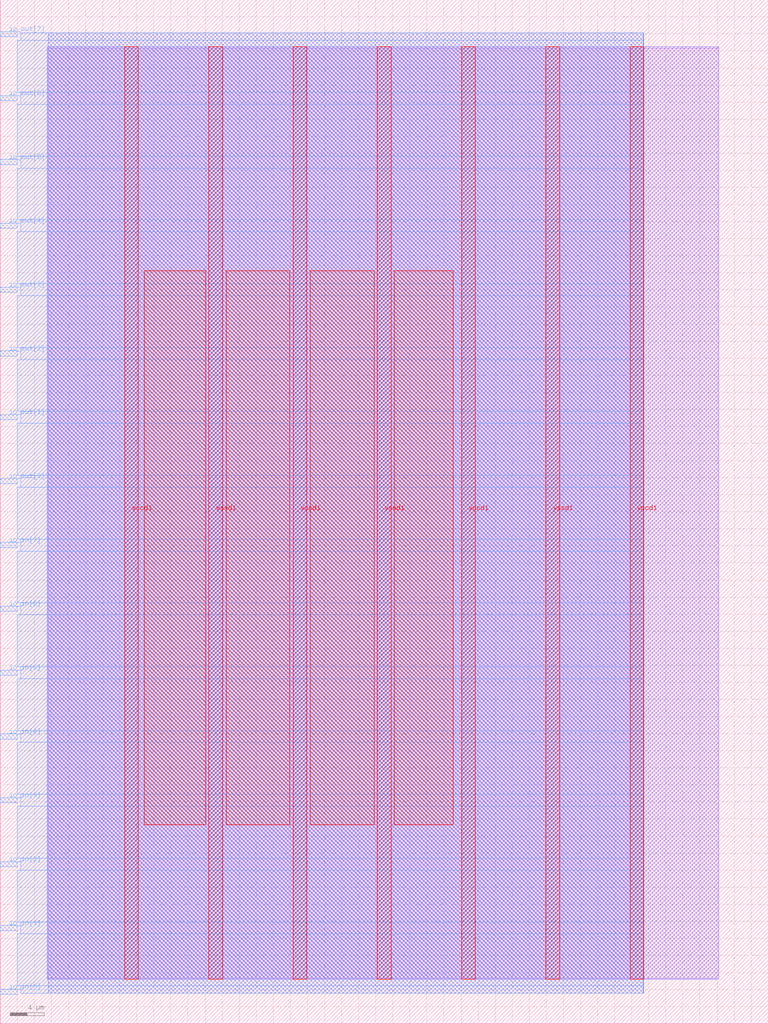
<source format=lef>
VERSION 5.7 ;
  NOWIREEXTENSIONATPIN ON ;
  DIVIDERCHAR "/" ;
  BUSBITCHARS "[]" ;
MACRO krasin_3_bit_8_channel_pwm_driver
  CLASS BLOCK ;
  FOREIGN krasin_3_bit_8_channel_pwm_driver ;
  ORIGIN 0.000 0.000 ;
  SIZE 90.000 BY 120.000 ;
  PIN io_in[0]
    DIRECTION INPUT ;
    USE SIGNAL ;
    PORT
      LAYER met3 ;
        RECT 0.000 3.440 2.000 4.040 ;
    END
  END io_in[0]
  PIN io_in[1]
    DIRECTION INPUT ;
    USE SIGNAL ;
    PORT
      LAYER met3 ;
        RECT 0.000 10.920 2.000 11.520 ;
    END
  END io_in[1]
  PIN io_in[2]
    DIRECTION INPUT ;
    USE SIGNAL ;
    PORT
      LAYER met3 ;
        RECT 0.000 18.400 2.000 19.000 ;
    END
  END io_in[2]
  PIN io_in[3]
    DIRECTION INPUT ;
    USE SIGNAL ;
    PORT
      LAYER met3 ;
        RECT 0.000 25.880 2.000 26.480 ;
    END
  END io_in[3]
  PIN io_in[4]
    DIRECTION INPUT ;
    USE SIGNAL ;
    PORT
      LAYER met3 ;
        RECT 0.000 33.360 2.000 33.960 ;
    END
  END io_in[4]
  PIN io_in[5]
    DIRECTION INPUT ;
    USE SIGNAL ;
    PORT
      LAYER met3 ;
        RECT 0.000 40.840 2.000 41.440 ;
    END
  END io_in[5]
  PIN io_in[6]
    DIRECTION INPUT ;
    USE SIGNAL ;
    PORT
      LAYER met3 ;
        RECT 0.000 48.320 2.000 48.920 ;
    END
  END io_in[6]
  PIN io_in[7]
    DIRECTION INPUT ;
    USE SIGNAL ;
    PORT
      LAYER met3 ;
        RECT 0.000 55.800 2.000 56.400 ;
    END
  END io_in[7]
  PIN io_out[0]
    DIRECTION OUTPUT TRISTATE ;
    USE SIGNAL ;
    PORT
      LAYER met3 ;
        RECT 0.000 63.280 2.000 63.880 ;
    END
  END io_out[0]
  PIN io_out[1]
    DIRECTION OUTPUT TRISTATE ;
    USE SIGNAL ;
    PORT
      LAYER met3 ;
        RECT 0.000 70.760 2.000 71.360 ;
    END
  END io_out[1]
  PIN io_out[2]
    DIRECTION OUTPUT TRISTATE ;
    USE SIGNAL ;
    PORT
      LAYER met3 ;
        RECT 0.000 78.240 2.000 78.840 ;
    END
  END io_out[2]
  PIN io_out[3]
    DIRECTION OUTPUT TRISTATE ;
    USE SIGNAL ;
    PORT
      LAYER met3 ;
        RECT 0.000 85.720 2.000 86.320 ;
    END
  END io_out[3]
  PIN io_out[4]
    DIRECTION OUTPUT TRISTATE ;
    USE SIGNAL ;
    PORT
      LAYER met3 ;
        RECT 0.000 93.200 2.000 93.800 ;
    END
  END io_out[4]
  PIN io_out[5]
    DIRECTION OUTPUT TRISTATE ;
    USE SIGNAL ;
    PORT
      LAYER met3 ;
        RECT 0.000 100.680 2.000 101.280 ;
    END
  END io_out[5]
  PIN io_out[6]
    DIRECTION OUTPUT TRISTATE ;
    USE SIGNAL ;
    PORT
      LAYER met3 ;
        RECT 0.000 108.160 2.000 108.760 ;
    END
  END io_out[6]
  PIN io_out[7]
    DIRECTION OUTPUT TRISTATE ;
    USE SIGNAL ;
    PORT
      LAYER met3 ;
        RECT 0.000 115.640 2.000 116.240 ;
    END
  END io_out[7]
  PIN vccd1
    DIRECTION INOUT ;
    USE POWER ;
    PORT
      LAYER met4 ;
        RECT 14.590 5.200 16.190 114.480 ;
    END
    PORT
      LAYER met4 ;
        RECT 34.330 5.200 35.930 114.480 ;
    END
    PORT
      LAYER met4 ;
        RECT 54.070 5.200 55.670 114.480 ;
    END
    PORT
      LAYER met4 ;
        RECT 73.810 5.200 75.410 114.480 ;
    END
  END vccd1
  PIN vssd1
    DIRECTION INOUT ;
    USE GROUND ;
    PORT
      LAYER met4 ;
        RECT 24.460 5.200 26.060 114.480 ;
    END
    PORT
      LAYER met4 ;
        RECT 44.200 5.200 45.800 114.480 ;
    END
    PORT
      LAYER met4 ;
        RECT 63.940 5.200 65.540 114.480 ;
    END
  END vssd1
  OBS
      LAYER li1 ;
        RECT 5.520 5.355 84.180 114.325 ;
      LAYER met1 ;
        RECT 5.520 5.200 84.180 114.480 ;
      LAYER met2 ;
        RECT 5.610 3.555 75.380 116.125 ;
      LAYER met3 ;
        RECT 2.400 115.240 75.400 116.105 ;
        RECT 2.000 109.160 75.400 115.240 ;
        RECT 2.400 107.760 75.400 109.160 ;
        RECT 2.000 101.680 75.400 107.760 ;
        RECT 2.400 100.280 75.400 101.680 ;
        RECT 2.000 94.200 75.400 100.280 ;
        RECT 2.400 92.800 75.400 94.200 ;
        RECT 2.000 86.720 75.400 92.800 ;
        RECT 2.400 85.320 75.400 86.720 ;
        RECT 2.000 79.240 75.400 85.320 ;
        RECT 2.400 77.840 75.400 79.240 ;
        RECT 2.000 71.760 75.400 77.840 ;
        RECT 2.400 70.360 75.400 71.760 ;
        RECT 2.000 64.280 75.400 70.360 ;
        RECT 2.400 62.880 75.400 64.280 ;
        RECT 2.000 56.800 75.400 62.880 ;
        RECT 2.400 55.400 75.400 56.800 ;
        RECT 2.000 49.320 75.400 55.400 ;
        RECT 2.400 47.920 75.400 49.320 ;
        RECT 2.000 41.840 75.400 47.920 ;
        RECT 2.400 40.440 75.400 41.840 ;
        RECT 2.000 34.360 75.400 40.440 ;
        RECT 2.400 32.960 75.400 34.360 ;
        RECT 2.000 26.880 75.400 32.960 ;
        RECT 2.400 25.480 75.400 26.880 ;
        RECT 2.000 19.400 75.400 25.480 ;
        RECT 2.400 18.000 75.400 19.400 ;
        RECT 2.000 11.920 75.400 18.000 ;
        RECT 2.400 10.520 75.400 11.920 ;
        RECT 2.000 4.440 75.400 10.520 ;
        RECT 2.400 3.575 75.400 4.440 ;
      LAYER met4 ;
        RECT 16.855 23.295 24.060 88.225 ;
        RECT 26.460 23.295 33.930 88.225 ;
        RECT 36.330 23.295 43.800 88.225 ;
        RECT 46.200 23.295 53.065 88.225 ;
  END
END krasin_3_bit_8_channel_pwm_driver
END LIBRARY


</source>
